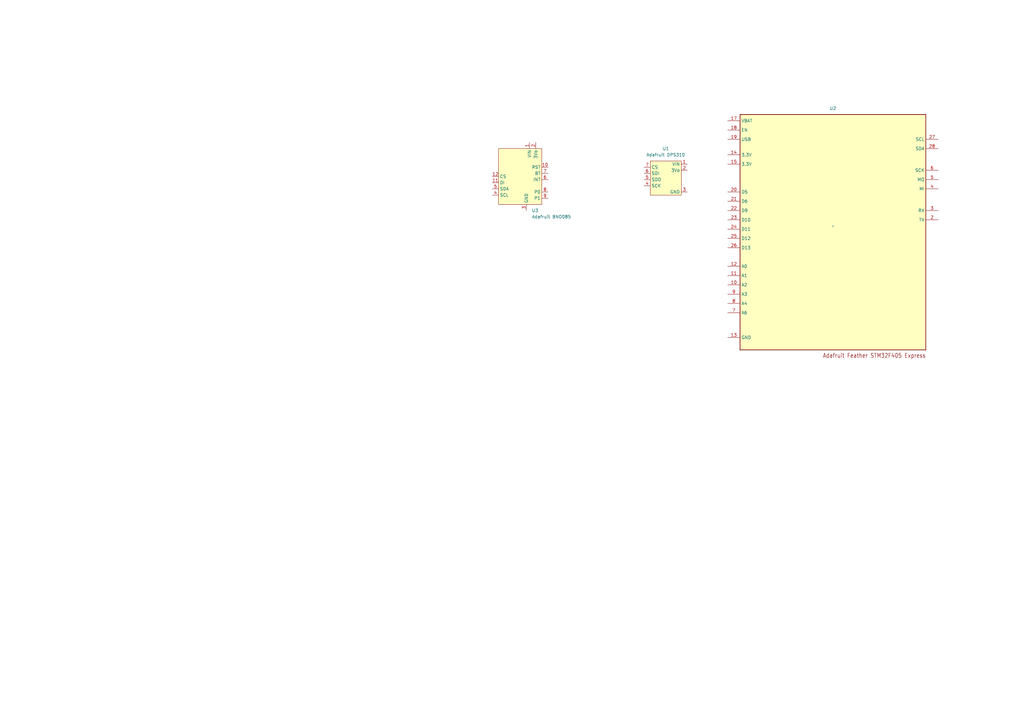
<source format=kicad_sch>
(kicad_sch (version 20230121) (generator eeschema)
  (paper "A3")
  (lib_symbols
    (symbol "Adafruit BNO085:Adafruit_BNO085" (in_bom no) (on_board no)
      (property "Reference" "U" (at -6.35 8.89 0))
      (property "Value" "Adafruit BNO085" (at -2.54 1.27 0))
      (symbol "Adafruit_BNO085_1_1"
        (rectangle (start -11.43 6.35) (end 6.35 -16.51) (fill (type background)))
        (pin input line (at 1.27 8.89 270) (length 2.54) (name "VIN") (number "1"))
        (pin output line (at 8.89 -1.27 180) (length 2.54) (name "RST") (number "10"))
        (pin input line (at -13.97 -7.62 0) (length 2.54) (name "DI") (number "11"))
        (pin input line (at -13.97 -5.08 0) (length 2.54) (name "CS") (number "12"))
        (pin input line (at 3.81 8.89 270) (length 2.54) (name "3Vo") (number "2"))
        (pin input line (at 0 -19.05 90) (length 2.54) (name "GND") (number "3"))
        (pin input line (at -13.97 -12.7 0) (length 2.54) (name "SCL") (number "4"))
        (pin bidirectional line (at -13.97 -10.16 0) (length 2.54) (name "SDA") (number "5"))
        (pin output line (at 8.89 -6.35 180) (length 2.54) (name "INT") (number "6"))
        (pin output line (at 8.89 -3.81 180) (length 2.54) (name "BT") (number "7"))
        (pin output line (at 8.89 -11.43 180) (length 2.54) (name "P0") (number "8"))
        (pin output line (at 8.89 -13.97 180) (length 2.54) (name "P1") (number "9"))
      )
    )
    (symbol "Adafruit DPS310:Adafruit_DPS310"
      (property "Reference" "U" (at -5.08 2.54 0))
      (property "Value" "Adafruit DPS310" (at -3.81 0 0))
      (symbol "Adafruit_DPS310_1_1"
        (rectangle (start -11.43 -1.27) (end 1.27 -15.24) (fill (type background)))
        (pin input line (at 3.81 -2.54 180) (length 2.54) (name "VIN") (number "1"))
        (pin output line (at 3.81 -5.08 180) (length 2.54) (name "3Vo") (number "2"))
        (pin input line (at 3.81 -13.97 180) (length 2.54) (name "GND") (number "3"))
        (pin input line (at -13.97 -11.43 0) (length 2.54) (name "SCK") (number "4"))
        (pin output line (at -13.97 -8.89 0) (length 2.54) (name "SDO") (number "5"))
        (pin bidirectional line (at -13.97 -6.35 0) (length 2.54) (name "SDI") (number "6"))
        (pin input line (at -13.97 -3.81 0) (length 2.54) (name "CS") (number "7"))
      )
    )
    (symbol "Adafruit STM32F405:Adafruit_express_STM32F405"
      (property "Reference" "U" (at 0 0 0))
      (symbol "Adafruit_express_STM32F405_1_0"
        (polyline (pts (xy -38.1 -50.8) (xy -38.1 45.72)) (stroke (width 0.254)))
        (polyline (pts (xy -38.1 45.72) (xy 38.1 45.72)) (stroke (width 0.254)))
        (polyline (pts (xy 38.1 -50.8) (xy -38.1 -50.8)) (stroke (width 0.254)))
        (polyline (pts (xy 38.1 45.72) (xy 38.1 -50.8)) (stroke (width 0.254)))
        (text "Adafruit Feather STM32F405 Express\n" (at 38.1 -52.07 0) (effects (font (size 1.778 1.5113)) (justify right top)))
        (pin bidirectional line (at -43.18 -24.13 0) (length 5.08) (name "A2") (number "10"))
        (pin bidirectional line (at -43.18 -20.32 0) (length 5.08) (name "A1") (number "11"))
        (pin bidirectional line (at -43.18 -16.51 0) (length 5.08) (name "A0") (number "12"))
        (pin bidirectional line (at -43.18 -45.72 0) (length 5.08) (name "GND") (number "13"))
        (pin bidirectional line (at -43.18 29.21 0) (length 5.08) (name "3.3V") (number "14"))
        (pin bidirectional line (at -43.18 25.4 0) (length 5.08) (name "3.3V") (number "15"))
        (pin bidirectional line (at -43.18 43.18 0) (length 5.08) (name "VBAT") (number "17"))
        (pin bidirectional line (at -43.18 39.37 0) (length 5.08) (name "EN") (number "18"))
        (pin bidirectional line (at -43.18 35.56 0) (length 5.08) (name "USB") (number "19"))
        (pin bidirectional line (at 43.18 2.54 180) (length 5.08) (name "TX") (number "2"))
        (pin bidirectional line (at -43.18 13.97 0) (length 5.08) (name "D5") (number "20"))
        (pin bidirectional line (at -43.18 10.16 0) (length 5.08) (name "D6") (number "21"))
        (pin bidirectional line (at -43.18 6.35 0) (length 5.08) (name "D9") (number "22"))
        (pin bidirectional line (at -43.18 2.54 0) (length 5.08) (name "D10") (number "23"))
        (pin bidirectional line (at -43.18 -1.27 0) (length 5.08) (name "D11") (number "24"))
        (pin bidirectional line (at -43.18 -5.08 0) (length 5.08) (name "D12") (number "25"))
        (pin bidirectional line (at -43.18 -8.89 0) (length 5.08) (name "D13") (number "26"))
        (pin bidirectional line (at 43.18 35.56 180) (length 5.08) (name "SCL") (number "27"))
        (pin bidirectional line (at 43.18 31.75 180) (length 5.08) (name "SDA") (number "28"))
        (pin bidirectional line (at 43.18 6.35 180) (length 5.08) (name "RX") (number "3"))
        (pin bidirectional line (at 43.18 15.24 180) (length 5.08) (name "MI") (number "4"))
        (pin bidirectional line (at 43.18 19.05 180) (length 5.08) (name "MO") (number "5"))
        (pin bidirectional line (at 43.18 22.86 180) (length 5.08) (name "SCK") (number "6"))
        (pin bidirectional line (at -43.18 -35.56 0) (length 5.08) (name "A6") (number "7"))
        (pin bidirectional line (at -43.18 -31.75 0) (length 5.08) (name "A4") (number "8"))
        (pin bidirectional line (at -43.18 -27.94 0) (length 5.08) (name "A3") (number "9"))
      )
      (symbol "Adafruit_express_STM32F405_1_1"
        (rectangle (start -38.1 45.72) (end 38.1 -50.8) (fill (type background)))
      )
    )
  )
  (symbol (lib_id "Adafruit DPS310:Adafruit_DPS310") (at 278.13 64.77 0) (unit 1)
    (property "Reference" "U1" (at 273.05 60.96 0))
    (property "Value" "Adafruit DPS310" (at 273.05 63.5 0))
    (property "Footprint" "DPS310:Adafruit DPS310" (effects hide))
  )
  (symbol (lib_id "Adafruit STM32F405:Adafruit_express_STM32F405") (at 341.63 92.71 0) (unit 1)
    (property "Reference" "U2" (at 341.63 44.45 0))
    (property "Value" "~" (at 341.63 92.71 0))
    (property "Footprint" "STM32F405:Adafruit Feather STM32F405 Express" (effects hide))
  )
  (symbol (lib_id "Adafruit BNO085:Adafruit_BNO085") (at 215.9 67.31 0) (unit 1)
    (property "Reference" "U3" (at 218.0941 86.36 0) (effects (justify left)))
    (property "Value" "Adafruit BNO085" (at 218.0941 88.9 0) (effects (justify left)))
    (property "Footprint" "BNO085:Adafruit BNO085" (effects hide))
  )
)
</source>
